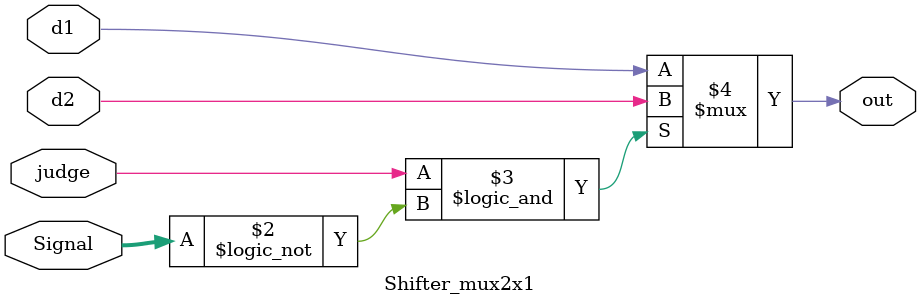
<source format=v>
module Shifter_mux2x1(d1, d2, judge, out, Signal) ;
input d1,d2,judge ;
output out ;
input [5:0] Signal ;

parameter SLL = 6'b000000;

assign out = (judge == 1'b1 && Signal == SLL)?d2:
			  d1 ;
			  
endmodule
</source>
